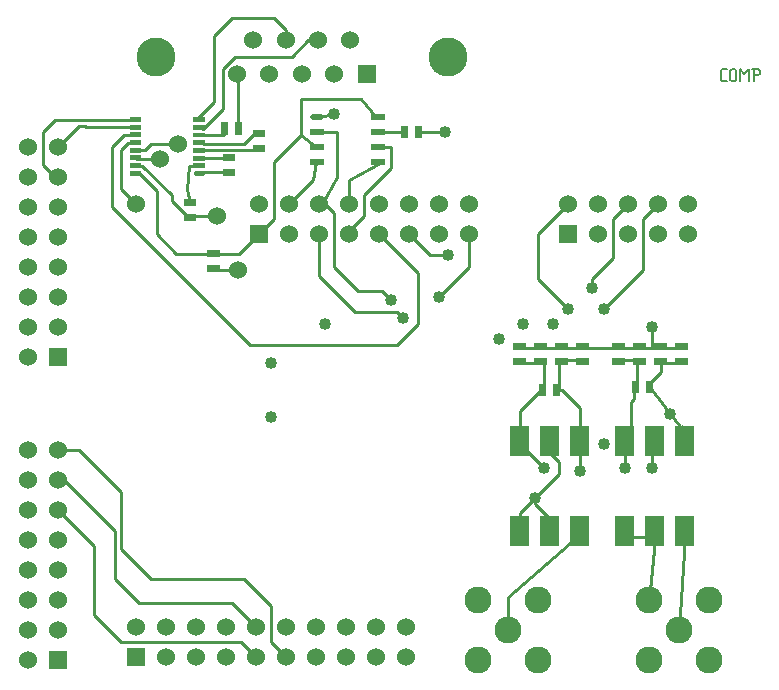
<source format=gbr>
G04 Title: TX Daughterboard, layergroup #2 *
G04 Creator: pcb-bin 1.99p *
G04 CreationDate: Thu Dec 30 02:16:24 2004 UTC *
G04 For: matt *
G04 Format: Gerber/RS-274X *
G04 PCB-Dimensions: 275000 250000 *
G04 PCB-Coordinate-Origin: lower left *
%MOIN*%
%FSLAX24Y24*%
G04 contains layers component (3) *
%IPPOS*%
%ADD11C,0.0100*%
%ADD12C,0.0160*%
%ADD13C,0.0460*%
%ADD14C,0.0220*%
%ADD15R,0.0160X0.0160*%
%ADD16R,0.0460X0.0460*%
%ADD17R,0.0220X0.0220*%
%ADD18C,0.0080*%
%ADD19R,0.0600X0.0600*%
%ADD20R,0.0660X0.0660*%
%ADD21R,0.0900X0.0900X0.0600X0.0600*%
%ADD22R,0.0900X0.0900*%
%ADD23C,0.0600*%
%ADD24C,0.0660*%
%ADD25C,0.0900X0.0600*%
%ADD26C,0.0900*%
%ADD27C,0.0125*%
%AMTHERM1*7,0,0,0.0900,0.0600,0.0125,45*%
%ADD28THERM1*%
%ADD29C,0.1300*%
%ADD30C,0.1360*%
%ADD31C,0.1600X0.1300*%
%ADD32C,0.1600*%
%ADD33C,0.0200*%
%ADD34R,0.0240X0.0240*%
%ADD35R,0.0440X0.0440*%
%ADD36R,0.0300X0.0300*%
%ADD37C,0.0060*%
%AMTHERM2*7,0,0,0.0900,0.0600,0.0100,45*%
%ADD38THERM2*%
%ADD39R,0.0540X0.0540*%
%ADD40R,0.0650X0.0650*%
%ADD41R,0.0950X0.0950*%
%ADD42C,0.1200X0.0900*%
%ADD43C,0.1200*%
%ADD44C,0.0150*%
%AMTHERM3*7,0,0,0.1200,0.0900,0.0150,45*%
%ADD45THERM3*%
%ADD46C,0.0720*%
%ADD47C,0.0920X0.0720*%
%ADD48C,0.0920*%
%ADD49C,0.0240*%
%ADD50C,0.0340*%
%ADD51C,0.0500*%
%ADD52R,0.0200X0.0200*%
%ADD53R,0.0500X0.0500*%
%ADD54C,0.0137*%
%ADD55C,0.1320*%
%ADD56C,0.1520*%
%ADD57C,0.1520X0.1320*%
%ADD58C,0.0400*%
%ADD59C,0.0600X0.0400*%
%AMTHERM4*7,0,0,0.0600,0.0400,0.0100,45*%
%ADD60THERM4*%
%ADD61C,0.0800*%
%ADD62C,0.0800X0.0600*%
%AMTHERM5*7,0,0,0.0800,0.0600,0.0160,45*%
%ADD63THERM5*%
%LNGROUP_1*%
%LPD*%
G01X0Y0D02*
G54D11*X6260Y16000D02*X7200D01*
X6220Y15960D02*X6260Y16000D01*
X5700Y16500D02*X6300Y15900D01*
X5700Y16700D02*Y16500D01*
X4720Y17680D02*X5700Y16700D01*
X4600Y17680D02*X4720D01*
X7900Y20720D02*Y18900D01*
X7880Y20740D02*X7900Y20720D01*
X7240Y14200D02*X7800D01*
X7180Y14260D02*X7240Y14200D01*
X7040Y14700D02*X7100D01*
X7000Y14740D02*X7040Y14700D01*
X5860Y14740D02*X7000D01*
X5200Y15400D02*X5860Y14740D01*
X5200Y16830D02*Y15400D01*
X4600Y17430D02*X5200Y16830D01*
X7940Y14740D02*X7100D01*
X9100Y15900D02*X7940Y14740D01*
X4000Y18200D02*X4250Y18450D01*
X4000Y16900D02*Y18200D01*
X4500Y16400D02*X4000Y16900D01*
X4100Y18700D02*X4500D01*
X3700Y18300D02*X4100Y18700D01*
X3700Y16300D02*Y18300D01*
X8300Y11700D02*X3700Y16300D01*
X13200Y11700D02*X8300D01*
X13900Y12400D02*X13200Y11700D01*
X13900Y14100D02*Y12400D01*
X12600Y15400D02*X13900Y14100D01*
X6200Y16900D02*X6300Y16440D01*
X6280Y17680D02*X6200Y16900D01*
X6500Y17680D02*X6280D01*
X6720Y18700D02*X7460D01*
X8400D02*X8600D01*
X8100Y18400D02*X8400Y18700D01*
X6770Y18400D02*X8100D01*
X6720Y18450D02*X6770Y18400D01*
X9700Y21300D02*X7800D01*
X7400Y20900D02*Y19560D01*
X7800Y21300D02*X7400Y20900D01*
X8450Y18190D02*X6700D01*
X8520Y18260D02*X8450Y18190D01*
X7510Y17930D02*X6600D01*
X7520Y17940D02*X7510Y17930D01*
X6540Y17460D02*X7600D01*
X6500Y17420D02*X6540Y17460D01*
X5000Y18400D02*X5900D01*
X4800Y18200D02*X5000Y18400D01*
X4610Y18200D02*X4800D01*
X4600Y18190D02*X4610Y18200D01*
X5300Y17900D02*X4500D01*
X10260Y21860D02*X10580D01*
X9700Y21300D02*X10260Y21860D01*
X7400Y19560D02*X6739Y18900D01*
X6700Y18939D01*
Y18960D01*
X9500Y22200D02*Y21900D01*
X9100Y22600D02*X9500Y22200D01*
X7700Y22600D02*X9100D01*
X7100Y22000D02*X7700Y22600D01*
X7100Y19810D02*Y22000D01*
X6500Y19210D02*X7100Y19810D01*
X2840Y18960D02*X4500D01*
X2800Y19000D02*X2840Y18960D01*
X2600Y19000D02*X2800D01*
X1900Y18300D02*X2600Y19000D01*
X1800Y17300D02*X1900D01*
X1400Y17700D02*X1800Y17300D01*
X1400Y18800D02*Y17700D01*
X1800Y19200D02*X1400Y18800D01*
X4360Y19200D02*X1800D01*
X4380Y19220D02*X4360Y19200D01*
X2600Y8200D02*X1900D01*
X4000Y6800D02*X2600Y8200D01*
X4000Y4900D02*Y6800D01*
X5000Y3900D02*X4000Y4900D01*
X8100Y3900D02*X5000D01*
X9000Y3000D02*X8100Y3900D01*
X9000Y1800D02*Y3000D01*
X9500Y1300D02*X9000Y1800D01*
X2100Y7200D02*X1900D01*
X3800Y5500D02*X2100Y7200D01*
X3800Y3900D02*Y5500D01*
X4600Y3100D02*X3800Y3900D01*
X7700Y3100D02*X4600D01*
X8500Y2300D02*X7700Y3100D01*
X3100Y5000D02*X1900Y6200D01*
X3100Y2700D02*Y5000D01*
X4000Y1800D02*X3100Y2700D01*
X8000Y1800D02*X4000D01*
X8500Y1300D02*X8000Y1800D01*
X22700Y8900D02*Y9000D01*
X21700Y10200D02*X22700Y8900D01*
X22000Y10800D02*X21600Y10400D01*
X22000Y11100D02*Y10800D01*
X21900Y11100D02*X22700D01*
X12000Y19900D02*X12500Y19300D01*
X10200Y19900D02*X12000D01*
X10000D02*X10200D01*
X10000Y18700D02*Y19900D01*
X4250Y18450D02*X4380D01*
X9100Y17800D02*Y15900D01*
X10000Y18700D02*X9100Y17800D01*
X10500Y18300D02*X10000Y18700D01*
X10400Y17200D02*X10500Y17800D01*
X9600Y16400D02*X10400Y17200D01*
X17800Y6400D02*X18300Y5900D01*
X17800Y6600D02*Y6400D01*
X18300Y7100D02*X18100Y6900D01*
X17300Y5500D02*Y6100D01*
X21600Y3200D02*X21800Y5200D01*
X20700Y5300D02*X21800D01*
X14000Y18800D02*X14800D01*
X17300Y11600D02*X22700D01*
X21700Y12300D02*Y11600D01*
Y7600D02*Y8500D01*
X10600Y19300D03*
X11100Y19400D02*X10600Y19300D01*
X10700Y18800D02*X10600D01*
X11200D02*X10700D01*
X11200Y18200D02*Y18800D01*
Y17300D02*Y18200D01*
X10700Y16400D02*X11200Y17300D01*
X13000Y18300D02*X12700D01*
X13000Y17600D02*Y18300D01*
X12100Y16700D02*X13000Y17600D01*
X12100Y16000D02*Y16700D01*
X11600Y15500D02*X12100Y16000D01*
X11600Y15400D02*Y15500D01*
Y17200D02*X12700Y17800D01*
X11600Y16400D02*Y17200D01*
X12600Y18800D02*X13400D01*
X17500Y8200D02*X18100Y7600D01*
X20800Y8300D02*Y7600D01*
X19300Y7500D02*Y8300D01*
X10600Y14000D02*Y15400D01*
X11800Y12800D02*X10600Y14000D01*
X13200Y12800D02*X11800D01*
X13400Y12600D02*X13200Y12800D01*
X11100Y16100D02*X10700Y16500D01*
X11100Y14300D02*Y16100D01*
X11900Y13500D02*X11100Y14300D01*
X12700Y13500D02*X11900D01*
X13000Y13200D02*X12700Y13500D01*
X15600Y14300D02*X14600Y13300D01*
X15600Y15400D02*Y14300D01*
X14300Y14700D02*X14900D01*
X13600Y15400D02*X14300Y14700D01*
X16900Y3300D02*X19200Y5300D01*
X16900Y2200D02*Y3300D01*
X22800Y5300D02*X22600Y2200D01*
X17300Y6100D02*X18100Y6900D01*
X18600Y7400D02*X18300Y7100D01*
X18600Y7800D02*Y7400D01*
X18300Y8100D02*X18600Y7800D01*
X21200Y11100D02*Y10400D01*
X21100Y9900D02*Y10200D01*
X21000Y9800D02*X21100Y9900D01*
X21000Y8800D02*Y9800D01*
X18300Y8300D02*Y8100D01*
X20500Y11200D02*X21200D01*
X18100Y11100D02*Y10200D01*
X19300Y9600D02*Y8700D01*
X18700Y10200D02*X19300Y9600D01*
X18600Y10200D02*X18700D01*
X18600Y11100D02*Y10200D01*
Y11200D02*X19300D01*
X17300Y11100D02*X17900D01*
X17300Y9500D02*X18000Y10200D01*
X17300Y8600D02*Y9500D01*
X20400Y15900D02*X20900Y16400D01*
X20400Y14600D02*Y15900D01*
X19700Y13900D02*X20400Y14600D01*
X19700Y13600D02*Y13900D01*
X21400Y15900D02*X21900Y16400D01*
X21400Y14200D02*Y15900D01*
X20100Y12900D02*X21400Y14200D01*
X17900Y15400D02*X18900Y16400D01*
X17900Y13900D02*Y15400D01*
X18900Y12900D02*X17900Y13900D01*
G04 Text: COMP *
G54D18*X24050Y20500D02*X24200D01*
X24000Y20550D02*X24050Y20500D01*
X24000Y20850D02*Y20550D01*
Y20850D02*X24050Y20900D01*
X24200D01*
X24320Y20850D02*Y20550D01*
Y20850D02*X24370Y20900D01*
X24470D01*
X24520Y20850D01*
Y20550D01*
X24470Y20500D02*X24520Y20550D01*
X24370Y20500D02*X24470D01*
X24320Y20550D02*X24370Y20500D01*
X24640Y20900D02*Y20500D01*
Y20900D02*X24790Y20750D01*
X24940Y20900D01*
Y20500D01*
X25110Y20900D02*Y20500D01*
X25060Y20900D02*X25260D01*
X25310Y20850D01*
Y20750D01*
X25260Y20700D02*X25310Y20750D01*
X25110Y20700D02*X25260D01*
G54D19*X12200Y20740D03*
G54D23*X11120D03*
X10040D03*
X8960D03*
X7880D03*
X11660Y21860D03*
X10580D03*
X9500D03*
X8420D03*
G54D29*X14900Y21300D03*
X5180D03*
G54D19*X1900Y1200D03*
G54D23*X900D03*
X1900Y2200D03*
X900D03*
X1900Y3200D03*
X900D03*
X1900Y4200D03*
X900D03*
X1900Y5200D03*
X900D03*
X1900Y6200D03*
X900D03*
X1900Y7200D03*
X900D03*
X1900Y8200D03*
X900D03*
G54D19*X1900Y11300D03*
G54D23*X900D03*
X1900Y12300D03*
X900D03*
X1900Y13300D03*
X900D03*
X1900Y14300D03*
X900D03*
X1900Y15300D03*
X900D03*
X1900Y16300D03*
X900D03*
X1900Y17300D03*
X900D03*
X1900Y18300D03*
X900D03*
G54D19*X4500Y1300D03*
G54D23*Y2300D03*
X5500Y1300D03*
Y2300D03*
X6500Y1300D03*
Y2300D03*
X7500Y1300D03*
Y2300D03*
X8500Y1300D03*
Y2300D03*
X9500Y1300D03*
Y2300D03*
X10500Y1300D03*
Y2300D03*
X11500Y1300D03*
Y2300D03*
X12500Y1300D03*
Y2300D03*
X13500Y1300D03*
Y2300D03*
G54D19*X18900Y15400D03*
G54D23*Y16400D03*
X19900Y15400D03*
Y16400D03*
X20900Y15400D03*
Y16400D03*
X21900Y15400D03*
Y16400D03*
X22900Y15400D03*
Y16400D03*
G54D26*X22600Y2200D03*
X21600Y1200D03*
Y3200D03*
X23600Y1200D03*
Y3200D03*
G54D19*X8600Y15400D03*
G54D23*Y16400D03*
X9600Y15400D03*
Y16400D03*
X10600Y15400D03*
Y16400D03*
X11600Y15400D03*
Y16400D03*
X12600Y15400D03*
Y16400D03*
X13600Y15400D03*
Y16400D03*
X14600Y15400D03*
Y16400D03*
X15600Y15400D03*
Y16400D03*
G54D26*X16900Y2200D03*
X15900Y1200D03*
Y3200D03*
X17900Y1200D03*
Y3200D03*
G54D58*X22300Y9400D03*
X16600Y11900D03*
X18900Y12900D03*
X20100D03*
X19700Y13600D03*
X14900Y14700D03*
X14600Y13300D03*
X13000Y13200D03*
X13400Y12600D03*
X19300Y7500D03*
X20800Y7600D03*
X20100Y8400D03*
X18100Y7600D03*
X17800Y6600D03*
X14800Y18800D03*
X9000Y11100D03*
Y9300D03*
X18400Y12400D03*
X21700Y12300D03*
X10800Y12400D03*
X11100Y19400D03*
X21700Y7600D03*
X17400Y12400D03*
G54D23*X5300Y17900D03*
X5900Y18400D03*
X4500Y16400D03*
X7900Y14200D03*
X7200Y16000D03*
G54D12*X6500Y17420D02*X6720D01*
G54D15*X6500Y17680D02*X6720D01*
X6500Y17930D02*X6720D01*
X6500Y18190D02*X6720D01*
X6500Y18450D02*X6720D01*
X6500Y18700D02*X6720D01*
X6500Y18960D02*X6720D01*
X6500Y19210D02*X6720D01*
X4380Y19220D02*X4600D01*
X4380Y18960D02*X4600D01*
X4380Y18710D02*X4600D01*
X4380Y18450D02*X4600D01*
X4380Y18190D02*X4600D01*
X4380Y17940D02*X4600D01*
X4380Y17680D02*X4600D01*
X4380Y17430D02*X4600D01*
G54D34*X7000Y14740D02*X7180D01*
X7000Y14260D02*X7180D01*
X8520Y18260D02*X8700D01*
X8520Y18740D02*X8700D01*
X7520Y17460D02*X7700D01*
X7520Y17940D02*X7700D01*
X7460Y19000D02*Y18820D01*
X7940Y19000D02*Y18820D01*
X6220Y16440D02*X6400D01*
X6220Y15960D02*X6400D01*
X22610Y11160D02*X22790D01*
X22610Y11640D02*X22790D01*
G54D40*X17300Y5680D02*Y5330D01*
X18300Y5680D02*Y5330D01*
X19300Y5680D02*Y5330D01*
Y8670D02*Y8320D01*
X18300Y8670D02*Y8320D01*
X17300Y8670D02*Y8320D01*
G54D34*X21160Y10390D02*Y10210D01*
X21640Y10390D02*Y10210D01*
X21210Y11160D02*X21390D01*
X21210Y11640D02*X21390D01*
X20510Y11160D02*X20690D01*
X20510Y11640D02*X20690D01*
X19310Y11160D02*X19490D01*
X19310Y11640D02*X19490D01*
X17910Y11160D02*X18090D01*
X17910Y11640D02*X18090D01*
X17210Y11160D02*X17390D01*
X17210Y11640D02*X17390D01*
X18610Y11160D02*X18790D01*
X18610Y11640D02*X18790D01*
X18060Y10290D02*Y10110D01*
X18540Y10290D02*Y10110D01*
G54D40*X20800Y5680D02*Y5330D01*
X21800Y5680D02*Y5330D01*
X22800Y5680D02*Y5330D01*
Y8670D02*Y8320D01*
X21800Y8670D02*Y8320D01*
X20800Y8670D02*Y8320D01*
G54D34*X21910Y11160D02*X22090D01*
X21910Y11640D02*X22090D01*
X13940Y18890D02*Y18710D01*
X13460Y18890D02*Y18710D01*
G54D33*X10410Y19300D02*X10690D01*
G54D52*X10410Y18800D02*X10690D01*
X10410Y18300D02*X10690D01*
X10410Y17800D02*X10690D01*
X12450D02*X12730D01*
X12450Y18300D02*X12730D01*
X12450Y18800D02*X12730D01*
X12450Y19300D02*X12730D01*
M02*

</source>
